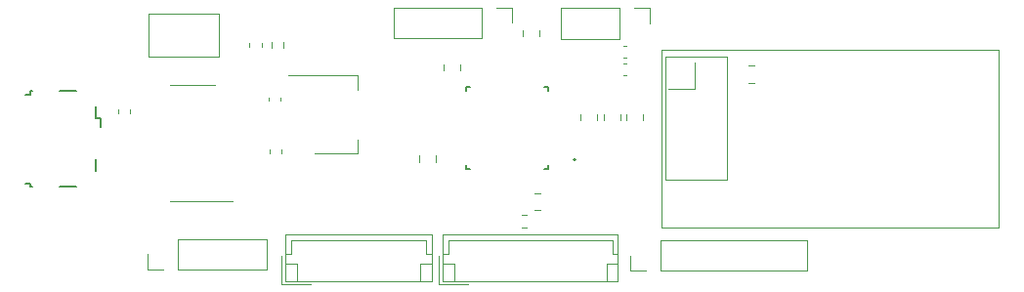
<source format=gbr>
%TF.GenerationSoftware,KiCad,Pcbnew,(6.0.11)*%
%TF.CreationDate,2023-08-09T20:09:53+02:00*%
%TF.ProjectId,Box_domotique_A,426f785f-646f-46d6-9f74-697175655f41,rev?*%
%TF.SameCoordinates,Original*%
%TF.FileFunction,Legend,Top*%
%TF.FilePolarity,Positive*%
%FSLAX46Y46*%
G04 Gerber Fmt 4.6, Leading zero omitted, Abs format (unit mm)*
G04 Created by KiCad (PCBNEW (6.0.11)) date 2023-08-09 20:09:53*
%MOMM*%
%LPD*%
G01*
G04 APERTURE LIST*
%ADD10C,0.120000*%
%ADD11C,0.150000*%
%ADD12C,0.127000*%
%ADD13C,0.200000*%
G04 APERTURE END LIST*
D10*
%TO.C,C9*%
X124899052Y-76684200D02*
X124376548Y-76684200D01*
X124899052Y-78154200D02*
X124376548Y-78154200D01*
%TO.C,C2*%
X132347580Y-65453800D02*
X132066420Y-65453800D01*
X132347580Y-66473800D02*
X132066420Y-66473800D01*
%TO.C,C3*%
X101445600Y-72935220D02*
X101445600Y-73216380D01*
X102465600Y-72935220D02*
X102465600Y-73216380D01*
%TO.C,C5*%
X102389400Y-68720580D02*
X102389400Y-68439420D01*
X101369400Y-68720580D02*
X101369400Y-68439420D01*
%TO.C,J4*%
X131760200Y-63331400D02*
X126620200Y-63331400D01*
X134360200Y-60671400D02*
X134360200Y-62001400D01*
X133030200Y-60671400D02*
X134360200Y-60671400D01*
X131760200Y-60671400D02*
X131760200Y-63331400D01*
X131760200Y-60671400D02*
X126620200Y-60671400D01*
X126620200Y-60671400D02*
X126620200Y-63331400D01*
%TO.C,J6*%
X102483800Y-82106000D02*
X102483800Y-84606000D01*
X115503800Y-80286000D02*
X102783800Y-80286000D01*
X102783800Y-82806000D02*
X103783800Y-82806000D01*
X114503800Y-82806000D02*
X114503800Y-84306000D01*
X103783800Y-82806000D02*
X103783800Y-84306000D01*
X115003800Y-80786000D02*
X115003800Y-81996000D01*
X103283800Y-80786000D02*
X115003800Y-80786000D01*
X102783800Y-84306000D02*
X115503800Y-84306000D01*
X102783800Y-80286000D02*
X102783800Y-84306000D01*
X103283800Y-81996000D02*
X103283800Y-80786000D01*
X115503800Y-82806000D02*
X114503800Y-82806000D01*
X102483800Y-84606000D02*
X104983800Y-84606000D01*
X115003800Y-81996000D02*
X115503800Y-81996000D01*
X115503800Y-84306000D02*
X115503800Y-80286000D01*
X102783800Y-81996000D02*
X103283800Y-81996000D01*
D11*
%TO.C,J3*%
X80700000Y-75850000D02*
X80700000Y-76150000D01*
X80700000Y-67850000D02*
X80700000Y-68150000D01*
X86825000Y-70200000D02*
X86400000Y-70200000D01*
X86825000Y-70925000D02*
X86825000Y-70200000D01*
X80700000Y-76150000D02*
X80850000Y-76150000D01*
X80700000Y-68150000D02*
X80250000Y-68150000D01*
X84650000Y-67850000D02*
X83250000Y-67850000D01*
X80850000Y-67850000D02*
X80700000Y-67850000D01*
X86400000Y-73800000D02*
X86400000Y-74800000D01*
X86400000Y-70200000D02*
X86400000Y-69200000D01*
X83250000Y-76150000D02*
X84650000Y-76150000D01*
X80250000Y-75850000D02*
X80700000Y-75850000D01*
D10*
%TO.C,C4*%
X132347580Y-63955200D02*
X132066420Y-63955200D01*
X132347580Y-64975200D02*
X132066420Y-64975200D01*
%TO.C,J7*%
X116090000Y-84610000D02*
X118590000Y-84610000D01*
X116090000Y-82110000D02*
X116090000Y-84610000D01*
X116390000Y-82810000D02*
X117390000Y-82810000D01*
X131110000Y-80790000D02*
X131110000Y-82000000D01*
X116390000Y-80290000D02*
X116390000Y-84310000D01*
X131110000Y-82000000D02*
X131610000Y-82000000D01*
X131610000Y-82810000D02*
X130610000Y-82810000D01*
X131610000Y-80290000D02*
X116390000Y-80290000D01*
X117390000Y-82810000D02*
X117390000Y-84310000D01*
X116890000Y-80790000D02*
X131110000Y-80790000D01*
X116390000Y-84310000D02*
X131610000Y-84310000D01*
X130610000Y-82810000D02*
X130610000Y-84310000D01*
X116390000Y-82000000D02*
X116890000Y-82000000D01*
X131610000Y-84310000D02*
X131610000Y-80290000D01*
X116890000Y-82000000D02*
X116890000Y-80790000D01*
%TO.C,C10*%
X133805600Y-69827548D02*
X133805600Y-70350052D01*
X132335600Y-69827548D02*
X132335600Y-70350052D01*
%TO.C,J2*%
X93470000Y-80670000D02*
X101150000Y-80670000D01*
X101150000Y-83330000D02*
X101150000Y-80670000D01*
X93470000Y-83330000D02*
X93470000Y-80670000D01*
X90870000Y-83330000D02*
X90870000Y-82000000D01*
X92200000Y-83330000D02*
X90870000Y-83330000D01*
X93470000Y-83330000D02*
X101150000Y-83330000D01*
%TO.C,Reset1*%
X90940000Y-61150000D02*
X97060000Y-61150000D01*
X97060000Y-64850000D02*
X90940000Y-64850000D01*
X97060000Y-61150000D02*
X97060000Y-64850000D01*
X90940000Y-64850000D02*
X90940000Y-61150000D01*
%TO.C,U1*%
X109047200Y-66465400D02*
X109047200Y-67725400D01*
X105287200Y-73285400D02*
X109047200Y-73285400D01*
X103037200Y-66465400D02*
X109047200Y-66465400D01*
X109047200Y-73285400D02*
X109047200Y-72025400D01*
%TO.C,U4*%
X135400000Y-64275000D02*
X164600000Y-64275000D01*
X135730000Y-75519000D02*
X135730000Y-75519000D01*
X164600000Y-64275000D02*
X164600000Y-79725000D01*
X141064000Y-64851000D02*
X141064000Y-75519000D01*
X138270000Y-65359000D02*
X138270000Y-67645000D01*
X135730000Y-64851000D02*
X135730000Y-64851000D01*
X135400000Y-79725000D02*
X135400000Y-64275000D01*
X135730000Y-64851000D02*
X141064000Y-64851000D01*
X135730000Y-75519000D02*
X135730000Y-64851000D01*
X138270000Y-67645000D02*
X135984000Y-67645000D01*
X135984000Y-67645000D02*
X135984000Y-67645000D01*
X164600000Y-79725000D02*
X135400000Y-79725000D01*
X141064000Y-75519000D02*
X135730000Y-75519000D01*
X135400000Y-64275000D02*
X135400000Y-64275000D01*
%TO.C,J5*%
X122437200Y-60595200D02*
X122437200Y-61925200D01*
X119837200Y-63255200D02*
X112157200Y-63255200D01*
X119837200Y-60595200D02*
X119837200Y-63255200D01*
X119837200Y-60595200D02*
X112157200Y-60595200D01*
X112157200Y-60595200D02*
X112157200Y-63255200D01*
X121107200Y-60595200D02*
X122437200Y-60595200D01*
%TO.C,C6*%
X123337562Y-62586740D02*
X123337562Y-63109244D01*
X124807562Y-62586740D02*
X124807562Y-63109244D01*
%TO.C,C1*%
X88339200Y-69761980D02*
X88339200Y-69480820D01*
X89359200Y-69761980D02*
X89359200Y-69480820D01*
%TO.C,U2*%
X94742000Y-77424600D02*
X98192000Y-77424600D01*
X94742000Y-67304600D02*
X92792000Y-67304600D01*
X94742000Y-67304600D02*
X96692000Y-67304600D01*
X94742000Y-77424600D02*
X92792000Y-77424600D01*
%TO.C,R2*%
X102605100Y-64092858D02*
X102605100Y-63618342D01*
X101560100Y-64092858D02*
X101560100Y-63618342D01*
%TO.C,J1*%
X133985000Y-83448200D02*
X132655000Y-83448200D01*
X148015000Y-83448200D02*
X148015000Y-80788200D01*
X135255000Y-83448200D02*
X148015000Y-83448200D01*
X135255000Y-83448200D02*
X135255000Y-80788200D01*
X135255000Y-80788200D02*
X148015000Y-80788200D01*
X132655000Y-83448200D02*
X132655000Y-82118200D01*
D12*
%TO.C,U3*%
X125546200Y-67493800D02*
X125546200Y-67833800D01*
X118446200Y-74593800D02*
X118786200Y-74593800D01*
X118446200Y-67493800D02*
X118786200Y-67493800D01*
X125546200Y-74593800D02*
X125206200Y-74593800D01*
X125546200Y-67493800D02*
X125206200Y-67493800D01*
X118446200Y-67493800D02*
X118446200Y-67833800D01*
X118446200Y-74593800D02*
X118446200Y-74253800D01*
X125546200Y-74593800D02*
X125546200Y-74253800D01*
D13*
X127956200Y-73793800D02*
G75*
G03*
X127956200Y-73793800I-100000J0D01*
G01*
D10*
%TO.C,C12*%
X130379800Y-69827548D02*
X130379800Y-70350052D01*
X131849800Y-69827548D02*
X131849800Y-70350052D01*
%TO.C,C14*%
X129792400Y-69827548D02*
X129792400Y-70350052D01*
X128322400Y-69827548D02*
X128322400Y-70350052D01*
%TO.C,C8*%
X117930600Y-66047252D02*
X117930600Y-65524748D01*
X116460600Y-66047252D02*
X116460600Y-65524748D01*
%TO.C,C11*%
X115822400Y-73972052D02*
X115822400Y-73449548D01*
X114352400Y-73972052D02*
X114352400Y-73449548D01*
%TO.C,R1*%
X123257542Y-78623900D02*
X123732058Y-78623900D01*
X123257542Y-79668900D02*
X123732058Y-79668900D01*
%TO.C,C13*%
X99693000Y-63996180D02*
X99693000Y-63715020D01*
X100713000Y-63996180D02*
X100713000Y-63715020D01*
%TO.C,C7*%
X142893148Y-65660600D02*
X143415652Y-65660600D01*
X142893148Y-67130600D02*
X143415652Y-67130600D01*
%TD*%
M02*

</source>
